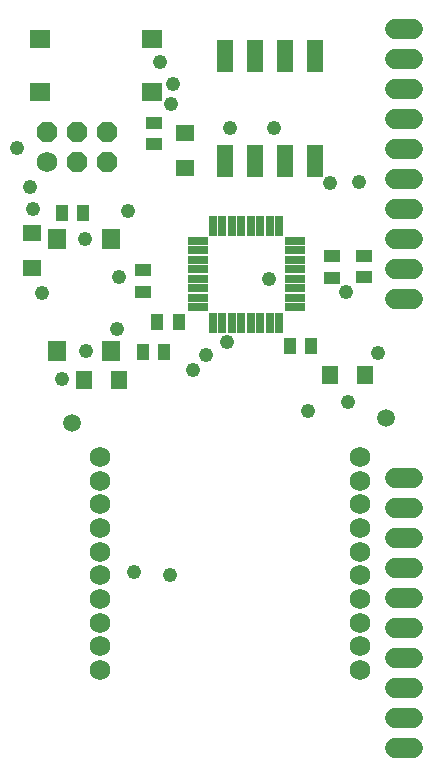
<source format=gts>
G75*
%MOIN*%
%OFA0B0*%
%FSLAX25Y25*%
%IPPOS*%
%LPD*%
%AMOC8*
5,1,8,0,0,1.08239X$1,22.5*
%
%ADD10R,0.05524X0.03950*%
%ADD11R,0.05524X0.06312*%
%ADD12R,0.06312X0.05524*%
%ADD13R,0.03950X0.05524*%
%ADD14C,0.05950*%
%ADD15R,0.06902X0.05918*%
%ADD16R,0.05918X0.06902*%
%ADD17C,0.06800*%
%ADD18OC8,0.06800*%
%ADD19C,0.06800*%
%ADD20R,0.05800X0.10800*%
%ADD21R,0.06600X0.02800*%
%ADD22R,0.02800X0.06600*%
%ADD23C,0.04762*%
D10*
X0439790Y0162181D03*
X0439790Y0169268D03*
X0502979Y0166827D03*
X0513412Y0166906D03*
X0513412Y0173992D03*
X0502979Y0173913D03*
X0443727Y0211315D03*
X0443727Y0218402D03*
D11*
X0431995Y0132732D03*
X0420184Y0132732D03*
X0502231Y0134228D03*
X0514042Y0134228D03*
D12*
X0403018Y0169976D03*
X0403018Y0181787D03*
X0453806Y0203362D03*
X0453806Y0215173D03*
D13*
X0419908Y0188402D03*
X0412822Y0188402D03*
X0444672Y0152181D03*
X0451759Y0152181D03*
X0446995Y0141945D03*
X0439908Y0141945D03*
X0488845Y0143913D03*
X0495932Y0143913D03*
D14*
X0416286Y0118402D03*
X0520853Y0119976D03*
D15*
X0442861Y0228638D03*
X0405459Y0228638D03*
X0405459Y0246354D03*
X0442861Y0246354D03*
D16*
X0429081Y0179780D03*
X0411365Y0179780D03*
X0411365Y0142378D03*
X0429081Y0142378D03*
D17*
X0425617Y0106984D03*
X0425617Y0099110D03*
X0425617Y0091236D03*
X0425617Y0083362D03*
X0425617Y0075488D03*
X0425617Y0067614D03*
X0425617Y0059740D03*
X0425617Y0051866D03*
X0425617Y0043992D03*
X0425617Y0036118D03*
X0512231Y0036118D03*
X0512231Y0043992D03*
X0512231Y0051866D03*
X0512231Y0059740D03*
X0512231Y0067614D03*
X0512231Y0075488D03*
X0512231Y0083362D03*
X0512231Y0091236D03*
X0512231Y0099110D03*
X0512231Y0106984D03*
X0407940Y0205213D03*
D18*
X0417940Y0205213D03*
X0427940Y0205213D03*
X0427940Y0215213D03*
X0417940Y0215213D03*
X0407940Y0215213D03*
D19*
X0523877Y0219819D02*
X0529877Y0219819D01*
X0529877Y0229819D02*
X0523877Y0229819D01*
X0523877Y0239819D02*
X0529877Y0239819D01*
X0529877Y0249819D02*
X0523877Y0249819D01*
X0523877Y0209819D02*
X0529877Y0209819D01*
X0529877Y0199819D02*
X0523877Y0199819D01*
X0523877Y0189819D02*
X0529877Y0189819D01*
X0529877Y0179819D02*
X0523877Y0179819D01*
X0523877Y0169819D02*
X0529877Y0169819D01*
X0529877Y0159819D02*
X0523877Y0159819D01*
X0523877Y0099937D02*
X0529877Y0099937D01*
X0529877Y0089937D02*
X0523877Y0089937D01*
X0523877Y0079937D02*
X0529877Y0079937D01*
X0529877Y0069937D02*
X0523877Y0069937D01*
X0523877Y0059937D02*
X0529877Y0059937D01*
X0529877Y0049937D02*
X0523877Y0049937D01*
X0523877Y0039937D02*
X0529877Y0039937D01*
X0529877Y0029937D02*
X0523877Y0029937D01*
X0523877Y0019937D02*
X0529877Y0019937D01*
X0529877Y0009937D02*
X0523877Y0009937D01*
D20*
X0497388Y0205744D03*
X0487388Y0205744D03*
X0477388Y0205744D03*
X0467388Y0205744D03*
X0467388Y0240744D03*
X0477388Y0240744D03*
X0487388Y0240744D03*
X0497388Y0240744D03*
D21*
X0490478Y0178969D03*
X0490478Y0175869D03*
X0490478Y0172669D03*
X0490478Y0169569D03*
X0490478Y0166369D03*
X0490478Y0163269D03*
X0490478Y0160069D03*
X0490478Y0156969D03*
X0458078Y0156969D03*
X0458078Y0160069D03*
X0458078Y0163269D03*
X0458078Y0166369D03*
X0458078Y0169569D03*
X0458078Y0172669D03*
X0458078Y0175869D03*
X0458078Y0178969D03*
D22*
X0463278Y0184169D03*
X0466378Y0184169D03*
X0469578Y0184169D03*
X0472678Y0184169D03*
X0475878Y0184169D03*
X0478978Y0184169D03*
X0482178Y0184169D03*
X0485278Y0184169D03*
X0485278Y0151769D03*
X0482178Y0151769D03*
X0478978Y0151769D03*
X0475878Y0151769D03*
X0472678Y0151769D03*
X0469578Y0151769D03*
X0466378Y0151769D03*
X0463278Y0151769D03*
D23*
X0467743Y0145488D03*
X0461050Y0141157D03*
X0456719Y0136039D03*
X0431129Y0149819D03*
X0420892Y0142339D03*
X0413018Y0132890D03*
X0406325Y0161630D03*
X0431916Y0167142D03*
X0420499Y0179740D03*
X0435066Y0189189D03*
X0403176Y0189583D03*
X0402388Y0197063D03*
X0398058Y0210055D03*
X0449239Y0224622D03*
X0468924Y0216748D03*
X0483491Y0216748D03*
X0450026Y0231315D03*
X0445696Y0238795D03*
X0502388Y0198244D03*
X0511837Y0198638D03*
X0481916Y0166354D03*
X0507507Y0162024D03*
X0518136Y0141551D03*
X0508294Y0125409D03*
X0494908Y0122260D03*
X0448845Y0067535D03*
X0437034Y0068717D03*
M02*

</source>
